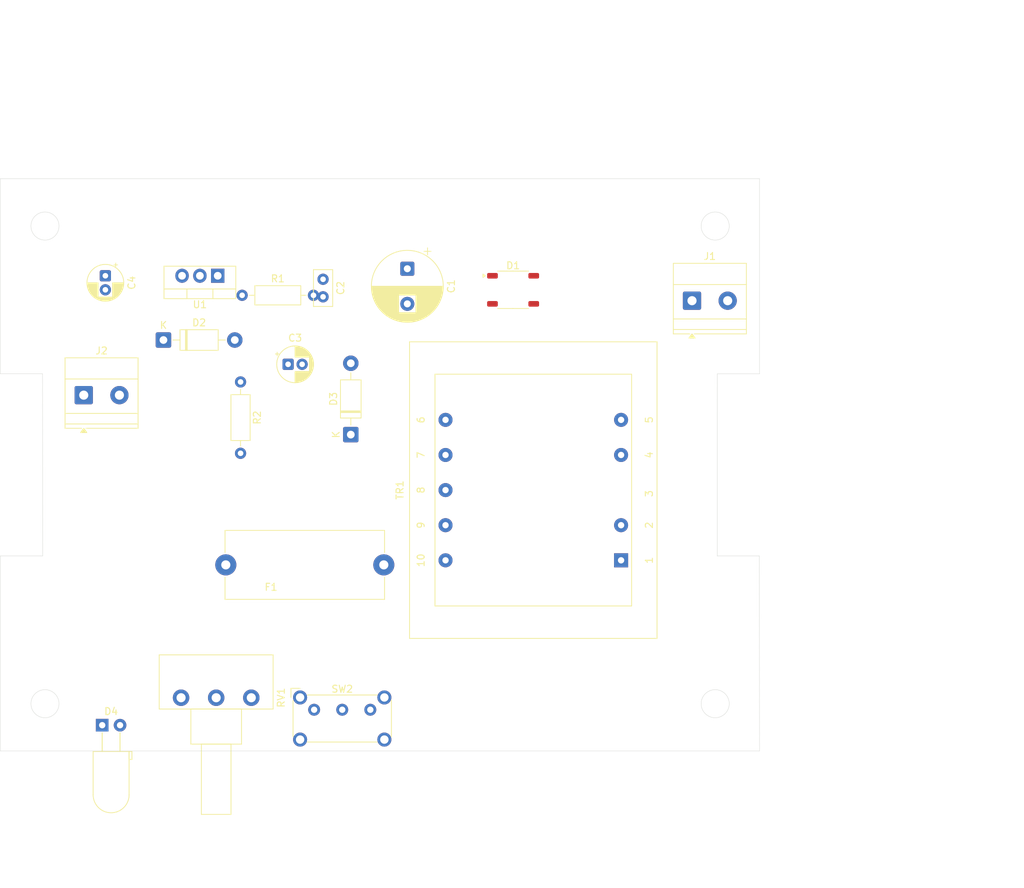
<source format=kicad_pcb>
(kicad_pcb (version 20241229) (generator "pcbnew") (generator_version "9.0")
  (layers (0 "F.Cu" signal) (2 "B.Cu" signal) (13 "F.Paste" user) (15 "B.Paste" user) (5 "F.SilkS" user "F.Silkscreen") (7 "B.SilkS" user "B.Silkscreen") (1 "F.Mask" user) (3 "B.Mask" user) (25 "Edge.Cuts" user))
  (net 0 "")
  (net 1 "GND")
  (net 2 "Net-(D1-+)")
  (net 3 "Net-(D3-A)")
  (net 4 "+VDC")
  (net 5 "Net-(D1-Pad4)")
  (net 6 "Net-(D1-Pad3)")
  (net 7 "Net-(D4-A)")
  (net 8 "Net-(F1-Pad2)")
  (net 9 "Net-(SW2-B)")
  (net 10 "Net-(J1-Pin_1)")
  (net 11 "Net-(J1-Pin_2)")
  (footprint "Fuse:Fuseholder_Cylinder-5x20mm_Schurter_0031_8201_Horizontal_Open" (layer "F.Cu") (at 132.3 113.43)
    (property "Reference" "F1" (at 6.44 3.17 0) (layer "F.SilkS"))
    (property "Value" "Fuse")
    (pad "" np_thru_hole circle (at 11.25 0) (size 2.7 2.7) (drill 2.7) (layers "*.Cu" "*.Mask"))
    (pad "1" thru_hole circle (at 0 0) (size 3 3) (drill 1.3) (layers "*.Cu" "*.Mask") (net 9 "Net-(SW2-B)"))
    (pad "2" thru_hole circle (at 22.5 0) (size 3 3) (drill 1.3) (layers "*.Cu" "*.Mask") (net 8 "Net-(F1-Pad2)"))
  )
  (footprint "Transformer_THT:Transformer_Breve_TEZ-35x42" (layer "F.Cu") (at 188.59 112.78 90)
    (property "Reference" "TR1" (at 10 -31.5 90) (layer "F.SilkS"))
    (property "Value" "35-40V 2A")
    (fp_text user "3" (at 9.5 4 90) (layer "F.SilkS"))
    (fp_text user "1" (at 0 4 90) (layer "F.SilkS"))
    (fp_text user "4" (at 15 4 90) (layer "F.SilkS"))
    (fp_text user "7" (at 15 -28.5 90) (layer "F.SilkS"))
    (fp_text user "9" (at 5 -28.5 90) (layer "F.SilkS"))
    (fp_text user "8" (at 10 -28.5 90) (layer "F.SilkS"))
    (fp_text user "5" (at 20 4 90) (layer "F.SilkS"))
    (fp_text user "10" (at 0 -28.5 90) (layer "F.SilkS"))
    (fp_text user "2" (at 5 4 90) (layer "F.SilkS"))
    (fp_text user "6" (at 20 -28.5 90) (layer "F.SilkS"))
    (pad "1" thru_hole rect (at 0 0 90) (size 2 2) (drill 0.9) (layers "*.Cu" "*.Mask") (net 8 "Net-(F1-Pad2)"))
    (pad "2" thru_hole circle (at 5 0 90) (size 2 2) (drill 0.9) (layers "*.Cu" "*.Mask") (net 10 "Net-(J1-Pin_1)"))
    (pad "4" thru_hole circle (at 15 0 90) (size 2 2) (drill 0.9) (layers "*.Cu" "*.Mask") (net 5 "Net-(D1-Pad4)"))
    (pad "5" thru_hole circle (at 20 0 90) (size 2 2) (drill 0.9) (layers "*.Cu" "*.Mask"))
    (pad "6" thru_hole circle (at 20 -25 90) (size 2 2) (drill 0.9) (layers "*.Cu" "*.Mask"))
    (pad "7" thru_hole circle (at 15 -25 90) (size 2 2) (drill 0.9) (layers "*.Cu" "*.Mask"))
    (pad "8" thru_hole circle (at 10 -25 90) (size 2 2) (drill 0.9) (layers "*.Cu" "*.Mask"))
    (pad "9" thru_hole circle (at 5 -25 90) (size 2 2) (drill 0.9) (layers "*.Cu" "*.Mask"))
    (pad "10" thru_hole circle (at 0 -25 90) (size 2 2) (drill 0.9) (layers "*.Cu" "*.Mask"))
  )
  (footprint "Resistor_THT:R_Axial_DIN0207_L6.3mm_D2.5mm_P10.16mm_Horizontal" (layer "F.Cu") (at 134.625 75.0425)
    (property "Reference" "R1" (at 5.08 -2.37 0) (layer "F.SilkS"))
    (property "Value" "220R")
    (pad "1" thru_hole circle (at 0 0) (size 1.6 1.6) (drill 0.8) (layers "*.Cu" "*.Mask") (net 4 "+VDC"))
    (pad "2" thru_hole circle (at 10.16 0) (size 1.6 1.6) (drill 0.8) (layers "*.Cu" "*.Mask") (net 3 "Net-(D3-A)"))
  )
  (footprint "Capacitor_THT:C_Disc_D5.0mm_W2.5mm_P2.50mm" (layer "F.Cu") (at 146.15 72.76 -90)
    (property "Reference" "C2" (at 1.25 -2.5 90) (layer "F.SilkS"))
    (property "Value" "100nF")
    (pad "1" thru_hole circle (at 0 0 270) (size 1.6 1.6) (drill 0.8) (layers "*.Cu" "*.Mask") (net 2 "Net-(D1-+)"))
    (pad "2" thru_hole circle (at 2.5 0 270) (size 1.6 1.6) (drill 0.8) (layers "*.Cu" "*.Mask") (net 1 "GND"))
  )
  (footprint "Capacitor_THT:CP_Radial_D5.0mm_P2.00mm" (layer "F.Cu") (at 141.17 84.87)
    (property "Reference" "C3" (at 1 -3.75 0) (layer "F.SilkS"))
    (property "Value" "10uF")
    (pad "1" thru_hole roundrect (at 0 0) (size 1.6 1.6) (drill 0.8) (layers "*.Cu" "*.Mask") (roundrect_rratio 0.15625) (net 3 "Net-(D3-A)"))
    (pad "2" thru_hole circle (at 2 0) (size 1.6 1.6) (drill 0.8) (layers "*.Cu" "*.Mask") (net 1 "GND"))
  )
  (footprint "Capacitor_THT:CP_Radial_D5.0mm_P2.00mm" (layer "F.Cu") (at 115.15 72.26 -90)
    (property "Reference" "C4" (at 1 -3.75 90) (layer "F.SilkS"))
    (property "Value" "10uF 50V")
    (pad "1" thru_hole roundrect (at 0 0 270) (size 1.6 1.6) (drill 0.8) (layers "*.Cu" "*.Mask") (roundrect_rratio 0.15625) (net 4 "+VDC"))
    (pad "2" thru_hole circle (at 2 0 270) (size 1.6 1.6) (drill 0.8) (layers "*.Cu" "*.Mask") (net 1 "GND"))
  )
  (footprint "TerminalBlock_Phoenix:TerminalBlock_Phoenix_MKDS-1,5-2-5.08_1x02_P5.08mm_Horizontal" (layer "F.Cu") (at 112.07 89.26)
    (property "Reference" "J2" (at 2.54 -6.32 0) (layer "F.SilkS"))
    (property "Value" "1,5-30V 1,5A")
    (pad "1" thru_hole roundrect (at 0 0) (size 2.6 2.6) (drill 1.3) (layers "*.Cu" "*.Mask") (roundrect_rratio 0.096154) (net 4 "+VDC"))
    (pad "2" thru_hole circle (at 5.08 0) (size 2.6 2.6) (drill 1.3) (layers "*.Cu" "*.Mask") (net 1 "GND"))
  )
  (footprint "Package_SO:TSSOP-4_4.4x5mm_P4mm" (layer "F.Cu") (at 173.2125 74.26)
    (property "Reference" "D1" (at 0 -3.45 0) (layer "F.SilkS"))
    (property "Value" "MDB6S")
    (pad "1" smd roundrect (at -2.9375 -2) (size 1.525 0.8) (layers "F.Cu" "F.Mask" "F.Paste") (net 2 "Net-(D1-+)"))
    (pad "2" smd roundrect (at -2.9375 2) (size 1.525 0.8) (layers "F.Cu" "F.Mask" "F.Paste") (net 1 "GND"))
    (pad "3" smd roundrect (at 2.9375 2) (size 1.525 0.8) (layers "F.Cu" "F.Mask" "F.Paste") (net 6 "Net-(D1-Pad3)"))
    (pad "4" smd roundrect (at 2.9375 -2) (size 1.525 0.8) (layers "F.Cu" "F.Mask" "F.Paste") (net 5 "Net-(D1-Pad4)"))
  )
  (footprint "Diode_THT:D_DO-41_SOD81_P10.16mm_Horizontal" (layer "F.Cu") (at 150.1 94.88 90)
    (property "Reference" "D3" (at 5.08 -2.47 90) (layer "F.SilkS"))
    (property "Value" "1N4002")
    (fp_text user "K" (at 0 -2.1 90) (layer "F.SilkS"))
    (pad "1" thru_hole roundrect (at 0 0 90) (size 2.2 2.2) (drill 1.1) (layers "*.Cu" "*.Mask") (roundrect_rratio 0.113636) (net 4 "+VDC"))
    (pad "2" thru_hole circle (at 10.16 0 90) (size 2.2 2.2) (drill 1.1) (layers "*.Cu" "*.Mask") (net 3 "Net-(D3-A)"))
  )
  (footprint "Button_Switch_THT:SW_E-Switch_EG1224_SPDT_Angled" (layer "F.Cu") (at 144.88 134.06)
    (property "Reference" "SW2" (at 4 -2.95 0) (layer "F.SilkS"))
    (property "Value" "SW_SPST")
    (pad "" thru_hole circle (at -2 -1.75) (size 2 2) (drill 1.2) (layers "*.Cu" "*.Mask"))
    (pad "" thru_hole circle (at -2 4.25) (size 2 2) (drill 1.2) (layers "*.Cu" "*.Mask"))
    (pad "" thru_hole circle (at 10 -1.75) (size 2 2) (drill 1.2) (layers "*.Cu" "*.Mask"))
    (pad "" thru_hole circle (at 10 4.25) (size 2 2) (drill 1.2) (layers "*.Cu" "*.Mask"))
    (pad "1" thru_hole circle (at 0 0) (size 1.7 1.7) (drill 0.9) (layers "*.Cu" "*.Mask") (net 11 "Net-(J1-Pin_2)"))
    (pad "2" thru_hole circle (at 4 0) (size 1.7 1.7) (drill 0.9) (layers "*.Cu" "*.Mask") (net 9 "Net-(SW2-B)"))
    (pad "3" thru_hole circle (at 8 0) (size 1.7 1.7) (drill 0.9) (layers "*.Cu" "*.Mask"))
  )
  (footprint "Package_TO_SOT_THT:TO-220-3_Vertical" (layer "F.Cu") (at 131.15 72.26 180)
    (property "Reference" "U1" (at 2.54 -4.1 0) (layer "F.SilkS"))
    (property "Value" "LM317_TO-220")
    (pad "1" thru_hole rect (at 0 0 180) (size 1.905 2) (drill 1.1) (layers "*.Cu" "*.Mask") (net 3 "Net-(D3-A)"))
    (pad "2" thru_hole oval (at 2.54 0 180) (size 1.905 2) (drill 1.1) (layers "*.Cu" "*.Mask") (net 4 "+VDC"))
    (pad "3" thru_hole oval (at 5.08 0 180) (size 1.905 2) (drill 1.1) (layers "*.Cu" "*.Mask") (net 2 "Net-(D1-+)"))
  )
  (footprint "Resistor_THT:R_Axial_DIN0207_L6.3mm_D2.5mm_P10.16mm_Horizontal" (layer "F.Cu") (at 134.4 87.38 -90)
    (property "Reference" "R2" (at 5.08 -2.37 90) (layer "F.SilkS"))
    (property "Value" "1K")
    (pad "1" thru_hole circle (at 0 0 270) (size 1.6 1.6) (drill 0.8) (layers "*.Cu" "*.Mask") (net 4 "+VDC"))
    (pad "2" thru_hole circle (at 10.16 0 270) (size 1.6 1.6) (drill 0.8) (layers "*.Cu" "*.Mask") (net 7 "Net-(D4-A)"))
  )
  (footprint "Diode_THT:D_DO-41_SOD81_P10.16mm_Horizontal" (layer "F.Cu") (at 123.42 81.41)
    (property "Reference" "D2" (at 5.08 -2.47 0) (layer "F.SilkS"))
    (property "Value" "1N4002")
    (fp_text user "K" (at 0 -2.1 0) (layer "F.SilkS"))
    (pad "1" thru_hole roundrect (at 0 0) (size 2.2 2.2) (drill 1.1) (layers "*.Cu" "*.Mask") (roundrect_rratio 0.113636) (net 2 "Net-(D1-+)"))
    (pad "2" thru_hole circle (at 10.16 0) (size 2.2 2.2) (drill 1.1) (layers "*.Cu" "*.Mask") (net 4 "+VDC"))
  )
  (footprint "Capacitor_THT:CP_Radial_D10.0mm_P5.00mm" (layer "F.Cu") (at 158.15 71.26 -90)
    (property "Reference" "C1" (at 2.5 -6.25 90) (layer "F.SilkS"))
    (property "Value" "2200uF 63V")
    (pad "1" thru_hole roundrect (at 0 0 270) (size 2 2) (drill 1) (layers "*.Cu" "*.Mask") (roundrect_rratio 0.125) (net 2 "Net-(D1-+)"))
    (pad "2" thru_hole circle (at 5 0 270) (size 2 2) (drill 1) (layers "*.Cu" "*.Mask") (net 1 "GND"))
  )
  (footprint "Potentiometer_THT:Potentiometer_Piher_T-16H_Single_Horizontal" (layer "F.Cu") (at 125.93 132.35 -90)
    (property "Reference" "RV1" (at 0 -14.25 90) (layer "F.SilkS"))
    (property "Value" "5K")
    (pad "1" thru_hole circle (at 0 0 270) (size 2.34 2.34) (drill 1.3) (layers "*.Cu" "*.Mask") (net 3 "Net-(D3-A)"))
    (pad "2" thru_hole circle (at 0 -5 270) (size 2.34 2.34) (drill 1.3) (layers "*.Cu" "*.Mask") (net 1 "GND"))
    (pad "3" thru_hole circle (at 0 -10 270) (size 2.34 2.34) (drill 1.3) (layers "*.Cu" "*.Mask") (net 1 "GND"))
  )
  (footprint "LED_THT:LED_D5.0mm_Horizontal_O3.81mm_Z9.0mm" (layer "F.Cu") (at 114.7 136.26)
    (property "Reference" "D4" (at 1.27 -1.96 0) (layer "F.SilkS"))
    (property "Value" "LED")
    (pad "1" thru_hole rect (at 0 0) (size 1.8 1.8) (drill 0.9) (layers "*.Cu" "*.Mask") (net 1 "GND"))
    (pad "2" thru_hole circle (at 2.54 0) (size 1.8 1.8) (drill 0.9) (layers "*.Cu" "*.Mask") (net 7 "Net-(D4-A)"))
  )
  (footprint "TerminalBlock_Phoenix:TerminalBlock_Phoenix_MKDS-1,5-2-5.08_1x02_P5.08mm_Horizontal" (layer "F.Cu") (at 198.69 75.81)
    (property "Reference" "J1" (at 2.54 -6.32 0) (layer "F.SilkS"))
    (property "Value" "220V")
    (pad "1" thru_hole roundrect (at 0 0) (size 2.6 2.6) (drill 1.3) (layers "*.Cu" "*.Mask") (roundrect_rratio 0.096154) (net 10 "Net-(J1-Pin_1)"))
    (pad "2" thru_hole circle (at 5.08 0) (size 2.6 2.6) (drill 1.3) (layers "*.Cu" "*.Mask") (net 11 "Net-(J1-Pin_2)"))
  )
  (gr_circle (center 106.55 65.18) (end 108.55 65.18) (stroke (width 0.05)) (fill no) (layer "Edge.Cuts"))
  (gr_line (start 202.3 86.23) (end 202.28 112.16) (stroke (width 0.05)) (layer "Edge.Cuts"))
  (gr_line (start 208.305 86.23) (end 202.3 86.23) (stroke (width 0.05)) (layer "Edge.Cuts"))
  (gr_circle (center 106.55 133.2) (end 108.55 133.2) (stroke (width 0.05)) (fill no) (layer "Edge.Cuts"))
  (gr_line (start 100.195 58.43) (end 100.195 86.22) (stroke (width 0.05)) (layer "Edge.Cuts"))
  (gr_line (start 106.2 86.22) (end 106.22 112.16) (stroke (width 0.05)) (layer "Edge.Cuts"))
  (gr_line (start 100.195 58.43) (end 208.305 58.43) (stroke (width 0.05)) (layer "Edge.Cuts"))
  (gr_line (start 202.28 112.16) (end 208.28 112.16) (stroke (width 0.05)) (layer "Edge.Cuts"))
  (gr_line (start 208.28 112.16) (end 208.305 139.93) (stroke (width 0.05)) (layer "Edge.Cuts"))
  (gr_line (start 208.305 139.93) (end 100.195 139.93) (stroke (width 0.05)) (layer "Edge.Cuts"))
  (gr_line (start 208.305 86.23) (end 208.305 58.43) (stroke (width 0.05)) (layer "Edge.Cuts"))
  (gr_line (start 100.195 86.22) (end 106.2 86.22) (stroke (width 0.05)) (layer "Edge.Cuts"))
  (gr_line (start 106.22 112.16) (end 100.195 112.16) (stroke (width 0.05)) (layer "Edge.Cuts"))
  (gr_line (start 100.195 139.93) (end 100.195 112.16) (stroke (width 0.05)) (layer "Edge.Cuts"))
  (gr_circle (center 201.99 133.2) (end 203.99 133.2) (stroke (width 0.05)) (fill no) (layer "Edge.Cuts"))
  (gr_circle (center 201.99 65.18) (end 203.99 65.18) (stroke (width 0.05)) (fill no) (layer "Edge.Cuts"))
)
</source>
